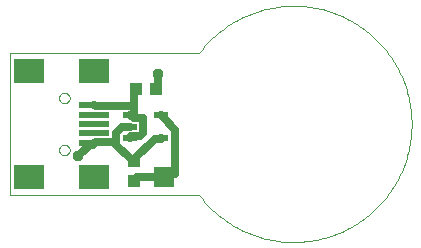
<source format=gtl>
G75*
%MOIN*%
%OFA0B0*%
%FSLAX25Y25*%
%IPPOS*%
%LPD*%
%AMOC8*
5,1,8,0,0,1.08239X$1,22.5*
%
%ADD10C,0.00000*%
%ADD11R,0.09843X0.01969*%
%ADD12R,0.09843X0.07874*%
%ADD13R,0.04724X0.02165*%
%ADD14R,0.06693X0.06693*%
%ADD15R,0.03937X0.04331*%
%ADD16R,0.04331X0.03937*%
%ADD17C,0.02500*%
%ADD18C,0.03750*%
D10*
X0006518Y0016998D02*
X0006518Y0064242D01*
X0069510Y0064242D01*
X0070098Y0065006D01*
X0070704Y0065756D01*
X0071329Y0066490D01*
X0071971Y0067209D01*
X0072631Y0067912D01*
X0073308Y0068599D01*
X0074002Y0069269D01*
X0074711Y0069922D01*
X0075437Y0070557D01*
X0076177Y0071174D01*
X0076933Y0071773D01*
X0077703Y0072353D01*
X0078487Y0072914D01*
X0079285Y0073456D01*
X0080096Y0073978D01*
X0080919Y0074480D01*
X0081754Y0074962D01*
X0082601Y0075423D01*
X0083458Y0075863D01*
X0084327Y0076282D01*
X0085205Y0076680D01*
X0086093Y0077056D01*
X0086990Y0077410D01*
X0087895Y0077743D01*
X0088808Y0078053D01*
X0089728Y0078340D01*
X0090655Y0078605D01*
X0091589Y0078847D01*
X0092528Y0079066D01*
X0093472Y0079262D01*
X0094420Y0079435D01*
X0095373Y0079585D01*
X0096329Y0079711D01*
X0097287Y0079814D01*
X0098248Y0079893D01*
X0099211Y0079949D01*
X0100174Y0079981D01*
X0101139Y0079990D01*
X0102103Y0079975D01*
X0103066Y0079936D01*
X0104028Y0079874D01*
X0104989Y0079788D01*
X0105947Y0079679D01*
X0106902Y0079546D01*
X0107853Y0079390D01*
X0108800Y0079211D01*
X0109743Y0079008D01*
X0110681Y0078783D01*
X0111612Y0078534D01*
X0112538Y0078263D01*
X0113456Y0077970D01*
X0114367Y0077654D01*
X0115270Y0077315D01*
X0116164Y0076955D01*
X0117049Y0076573D01*
X0117925Y0076169D01*
X0118790Y0075744D01*
X0119645Y0075298D01*
X0120489Y0074831D01*
X0121321Y0074344D01*
X0122141Y0073836D01*
X0122948Y0073309D01*
X0123742Y0072762D01*
X0124522Y0072195D01*
X0125288Y0071610D01*
X0126040Y0071006D01*
X0126776Y0070384D01*
X0127497Y0069744D01*
X0128203Y0069086D01*
X0128892Y0068412D01*
X0129564Y0067721D01*
X0130219Y0067013D01*
X0130857Y0066290D01*
X0131476Y0065551D01*
X0132078Y0064798D01*
X0132660Y0064029D01*
X0133224Y0063247D01*
X0133769Y0062451D01*
X0134293Y0061643D01*
X0134798Y0060821D01*
X0135283Y0059988D01*
X0135747Y0059142D01*
X0136190Y0058286D01*
X0136612Y0057419D01*
X0137013Y0056542D01*
X0137392Y0055656D01*
X0137749Y0054760D01*
X0138084Y0053856D01*
X0138397Y0052944D01*
X0138688Y0052025D01*
X0138956Y0051099D01*
X0139201Y0050166D01*
X0139423Y0049228D01*
X0139623Y0048284D01*
X0139799Y0047336D01*
X0139952Y0046384D01*
X0140081Y0045429D01*
X0140187Y0044471D01*
X0140270Y0043510D01*
X0140329Y0042548D01*
X0140364Y0041584D01*
X0140376Y0040620D01*
X0140364Y0039656D01*
X0140329Y0038692D01*
X0140270Y0037730D01*
X0140187Y0036769D01*
X0140081Y0035811D01*
X0139952Y0034856D01*
X0139799Y0033904D01*
X0139623Y0032956D01*
X0139423Y0032012D01*
X0139201Y0031074D01*
X0138956Y0030141D01*
X0138688Y0029215D01*
X0138397Y0028296D01*
X0138084Y0027384D01*
X0137749Y0026480D01*
X0137392Y0025584D01*
X0137013Y0024698D01*
X0136612Y0023821D01*
X0136190Y0022954D01*
X0135747Y0022098D01*
X0135283Y0021252D01*
X0134798Y0020419D01*
X0134293Y0019597D01*
X0133769Y0018789D01*
X0133224Y0017993D01*
X0132660Y0017211D01*
X0132078Y0016442D01*
X0131476Y0015689D01*
X0130857Y0014950D01*
X0130219Y0014227D01*
X0129564Y0013519D01*
X0128892Y0012828D01*
X0128203Y0012154D01*
X0127497Y0011496D01*
X0126776Y0010856D01*
X0126040Y0010234D01*
X0125288Y0009630D01*
X0124522Y0009045D01*
X0123742Y0008478D01*
X0122948Y0007931D01*
X0122141Y0007404D01*
X0121321Y0006896D01*
X0120489Y0006409D01*
X0119645Y0005942D01*
X0118790Y0005496D01*
X0117925Y0005071D01*
X0117049Y0004667D01*
X0116164Y0004285D01*
X0115270Y0003925D01*
X0114367Y0003586D01*
X0113456Y0003270D01*
X0112538Y0002977D01*
X0111612Y0002706D01*
X0110681Y0002457D01*
X0109743Y0002232D01*
X0108800Y0002029D01*
X0107853Y0001850D01*
X0106902Y0001694D01*
X0105947Y0001561D01*
X0104989Y0001452D01*
X0104028Y0001366D01*
X0103066Y0001304D01*
X0102103Y0001265D01*
X0101139Y0001250D01*
X0100174Y0001259D01*
X0099211Y0001291D01*
X0098248Y0001347D01*
X0097287Y0001426D01*
X0096329Y0001529D01*
X0095373Y0001655D01*
X0094420Y0001805D01*
X0093472Y0001978D01*
X0092528Y0002174D01*
X0091589Y0002393D01*
X0090655Y0002635D01*
X0089728Y0002900D01*
X0088808Y0003187D01*
X0087895Y0003497D01*
X0086990Y0003830D01*
X0086093Y0004184D01*
X0085205Y0004560D01*
X0084327Y0004958D01*
X0083458Y0005377D01*
X0082601Y0005817D01*
X0081754Y0006278D01*
X0080919Y0006760D01*
X0080096Y0007262D01*
X0079285Y0007784D01*
X0078487Y0008326D01*
X0077703Y0008887D01*
X0076933Y0009467D01*
X0076177Y0010066D01*
X0075437Y0010683D01*
X0074711Y0011318D01*
X0074002Y0011971D01*
X0073308Y0012641D01*
X0072631Y0013328D01*
X0071971Y0014031D01*
X0071329Y0014750D01*
X0070704Y0015484D01*
X0070098Y0016234D01*
X0069510Y0016998D01*
X0006518Y0016998D01*
X0022856Y0031959D02*
X0022858Y0032043D01*
X0022864Y0032126D01*
X0022874Y0032209D01*
X0022888Y0032292D01*
X0022905Y0032374D01*
X0022927Y0032455D01*
X0022952Y0032534D01*
X0022981Y0032613D01*
X0023014Y0032690D01*
X0023050Y0032765D01*
X0023090Y0032839D01*
X0023133Y0032911D01*
X0023180Y0032980D01*
X0023230Y0033047D01*
X0023283Y0033112D01*
X0023339Y0033174D01*
X0023397Y0033234D01*
X0023459Y0033291D01*
X0023523Y0033344D01*
X0023590Y0033395D01*
X0023659Y0033442D01*
X0023730Y0033487D01*
X0023803Y0033527D01*
X0023878Y0033564D01*
X0023955Y0033598D01*
X0024033Y0033628D01*
X0024112Y0033654D01*
X0024193Y0033677D01*
X0024275Y0033695D01*
X0024357Y0033710D01*
X0024440Y0033721D01*
X0024523Y0033728D01*
X0024607Y0033731D01*
X0024691Y0033730D01*
X0024774Y0033725D01*
X0024858Y0033716D01*
X0024940Y0033703D01*
X0025022Y0033687D01*
X0025103Y0033666D01*
X0025184Y0033642D01*
X0025262Y0033614D01*
X0025340Y0033582D01*
X0025416Y0033546D01*
X0025490Y0033507D01*
X0025562Y0033465D01*
X0025632Y0033419D01*
X0025700Y0033370D01*
X0025765Y0033318D01*
X0025828Y0033263D01*
X0025888Y0033205D01*
X0025946Y0033144D01*
X0026000Y0033080D01*
X0026052Y0033014D01*
X0026100Y0032946D01*
X0026145Y0032875D01*
X0026186Y0032802D01*
X0026225Y0032728D01*
X0026259Y0032652D01*
X0026290Y0032574D01*
X0026317Y0032495D01*
X0026341Y0032414D01*
X0026360Y0032333D01*
X0026376Y0032251D01*
X0026388Y0032168D01*
X0026396Y0032084D01*
X0026400Y0032001D01*
X0026400Y0031917D01*
X0026396Y0031834D01*
X0026388Y0031750D01*
X0026376Y0031667D01*
X0026360Y0031585D01*
X0026341Y0031504D01*
X0026317Y0031423D01*
X0026290Y0031344D01*
X0026259Y0031266D01*
X0026225Y0031190D01*
X0026186Y0031116D01*
X0026145Y0031043D01*
X0026100Y0030972D01*
X0026052Y0030904D01*
X0026000Y0030838D01*
X0025946Y0030774D01*
X0025888Y0030713D01*
X0025828Y0030655D01*
X0025765Y0030600D01*
X0025700Y0030548D01*
X0025632Y0030499D01*
X0025562Y0030453D01*
X0025490Y0030411D01*
X0025416Y0030372D01*
X0025340Y0030336D01*
X0025262Y0030304D01*
X0025184Y0030276D01*
X0025103Y0030252D01*
X0025022Y0030231D01*
X0024940Y0030215D01*
X0024858Y0030202D01*
X0024774Y0030193D01*
X0024691Y0030188D01*
X0024607Y0030187D01*
X0024523Y0030190D01*
X0024440Y0030197D01*
X0024357Y0030208D01*
X0024275Y0030223D01*
X0024193Y0030241D01*
X0024112Y0030264D01*
X0024033Y0030290D01*
X0023955Y0030320D01*
X0023878Y0030354D01*
X0023803Y0030391D01*
X0023730Y0030431D01*
X0023659Y0030476D01*
X0023590Y0030523D01*
X0023523Y0030574D01*
X0023459Y0030627D01*
X0023397Y0030684D01*
X0023339Y0030744D01*
X0023283Y0030806D01*
X0023230Y0030871D01*
X0023180Y0030938D01*
X0023133Y0031007D01*
X0023090Y0031079D01*
X0023050Y0031153D01*
X0023014Y0031228D01*
X0022981Y0031305D01*
X0022952Y0031384D01*
X0022927Y0031463D01*
X0022905Y0031544D01*
X0022888Y0031626D01*
X0022874Y0031709D01*
X0022864Y0031792D01*
X0022858Y0031875D01*
X0022856Y0031959D01*
X0022856Y0049281D02*
X0022858Y0049365D01*
X0022864Y0049448D01*
X0022874Y0049531D01*
X0022888Y0049614D01*
X0022905Y0049696D01*
X0022927Y0049777D01*
X0022952Y0049856D01*
X0022981Y0049935D01*
X0023014Y0050012D01*
X0023050Y0050087D01*
X0023090Y0050161D01*
X0023133Y0050233D01*
X0023180Y0050302D01*
X0023230Y0050369D01*
X0023283Y0050434D01*
X0023339Y0050496D01*
X0023397Y0050556D01*
X0023459Y0050613D01*
X0023523Y0050666D01*
X0023590Y0050717D01*
X0023659Y0050764D01*
X0023730Y0050809D01*
X0023803Y0050849D01*
X0023878Y0050886D01*
X0023955Y0050920D01*
X0024033Y0050950D01*
X0024112Y0050976D01*
X0024193Y0050999D01*
X0024275Y0051017D01*
X0024357Y0051032D01*
X0024440Y0051043D01*
X0024523Y0051050D01*
X0024607Y0051053D01*
X0024691Y0051052D01*
X0024774Y0051047D01*
X0024858Y0051038D01*
X0024940Y0051025D01*
X0025022Y0051009D01*
X0025103Y0050988D01*
X0025184Y0050964D01*
X0025262Y0050936D01*
X0025340Y0050904D01*
X0025416Y0050868D01*
X0025490Y0050829D01*
X0025562Y0050787D01*
X0025632Y0050741D01*
X0025700Y0050692D01*
X0025765Y0050640D01*
X0025828Y0050585D01*
X0025888Y0050527D01*
X0025946Y0050466D01*
X0026000Y0050402D01*
X0026052Y0050336D01*
X0026100Y0050268D01*
X0026145Y0050197D01*
X0026186Y0050124D01*
X0026225Y0050050D01*
X0026259Y0049974D01*
X0026290Y0049896D01*
X0026317Y0049817D01*
X0026341Y0049736D01*
X0026360Y0049655D01*
X0026376Y0049573D01*
X0026388Y0049490D01*
X0026396Y0049406D01*
X0026400Y0049323D01*
X0026400Y0049239D01*
X0026396Y0049156D01*
X0026388Y0049072D01*
X0026376Y0048989D01*
X0026360Y0048907D01*
X0026341Y0048826D01*
X0026317Y0048745D01*
X0026290Y0048666D01*
X0026259Y0048588D01*
X0026225Y0048512D01*
X0026186Y0048438D01*
X0026145Y0048365D01*
X0026100Y0048294D01*
X0026052Y0048226D01*
X0026000Y0048160D01*
X0025946Y0048096D01*
X0025888Y0048035D01*
X0025828Y0047977D01*
X0025765Y0047922D01*
X0025700Y0047870D01*
X0025632Y0047821D01*
X0025562Y0047775D01*
X0025490Y0047733D01*
X0025416Y0047694D01*
X0025340Y0047658D01*
X0025262Y0047626D01*
X0025184Y0047598D01*
X0025103Y0047574D01*
X0025022Y0047553D01*
X0024940Y0047537D01*
X0024858Y0047524D01*
X0024774Y0047515D01*
X0024691Y0047510D01*
X0024607Y0047509D01*
X0024523Y0047512D01*
X0024440Y0047519D01*
X0024357Y0047530D01*
X0024275Y0047545D01*
X0024193Y0047563D01*
X0024112Y0047586D01*
X0024033Y0047612D01*
X0023955Y0047642D01*
X0023878Y0047676D01*
X0023803Y0047713D01*
X0023730Y0047753D01*
X0023659Y0047798D01*
X0023590Y0047845D01*
X0023523Y0047896D01*
X0023459Y0047949D01*
X0023397Y0048006D01*
X0023339Y0048066D01*
X0023283Y0048128D01*
X0023230Y0048193D01*
X0023180Y0048260D01*
X0023133Y0048329D01*
X0023090Y0048401D01*
X0023050Y0048475D01*
X0023014Y0048550D01*
X0022981Y0048627D01*
X0022952Y0048706D01*
X0022927Y0048785D01*
X0022905Y0048866D01*
X0022888Y0048948D01*
X0022874Y0049031D01*
X0022864Y0049114D01*
X0022858Y0049197D01*
X0022856Y0049281D01*
D11*
X0034471Y0046919D03*
X0034471Y0043770D03*
X0034471Y0040620D03*
X0034471Y0037470D03*
X0034471Y0034321D03*
D12*
X0034471Y0022904D03*
X0012817Y0022904D03*
X0012817Y0058337D03*
X0034471Y0058337D03*
D13*
X0046557Y0043494D03*
X0046557Y0039754D03*
X0046557Y0036014D03*
X0056794Y0036014D03*
X0056794Y0043494D03*
D14*
X0057699Y0022904D03*
D15*
X0047857Y0021526D03*
X0047857Y0028219D03*
D16*
X0048447Y0052431D03*
X0055140Y0052431D03*
D17*
X0055731Y0052431D01*
X0055731Y0057352D01*
X0048447Y0052431D02*
X0047857Y0052431D01*
X0047857Y0046526D01*
X0035061Y0046526D01*
X0034471Y0046919D01*
X0046557Y0043494D02*
X0047857Y0042589D01*
X0050809Y0042589D01*
X0050809Y0037667D01*
X0049825Y0036683D01*
X0046872Y0036683D01*
X0046557Y0036014D01*
X0043920Y0039636D02*
X0041951Y0037667D01*
X0041951Y0034715D01*
X0041951Y0033730D01*
X0046872Y0028809D01*
X0047857Y0028219D01*
X0047857Y0028809D01*
X0054746Y0035699D01*
X0056715Y0035699D01*
X0056794Y0036014D01*
X0061636Y0038652D02*
X0061636Y0023888D01*
X0057699Y0023888D01*
X0057699Y0022904D01*
X0048841Y0022904D01*
X0047857Y0021919D01*
X0047857Y0021526D01*
X0033093Y0033730D02*
X0029156Y0029793D01*
X0033093Y0033730D02*
X0034077Y0033730D01*
X0034471Y0034321D01*
X0035061Y0034715D01*
X0041951Y0034715D01*
X0043920Y0039636D02*
X0045888Y0039636D01*
X0046557Y0039754D01*
X0046557Y0043494D02*
X0046872Y0043573D01*
X0047857Y0043573D01*
X0047857Y0046526D01*
X0056794Y0043494D02*
X0057699Y0042589D01*
X0061636Y0038652D01*
D18*
X0055731Y0057352D03*
X0029156Y0029793D03*
M02*

</source>
